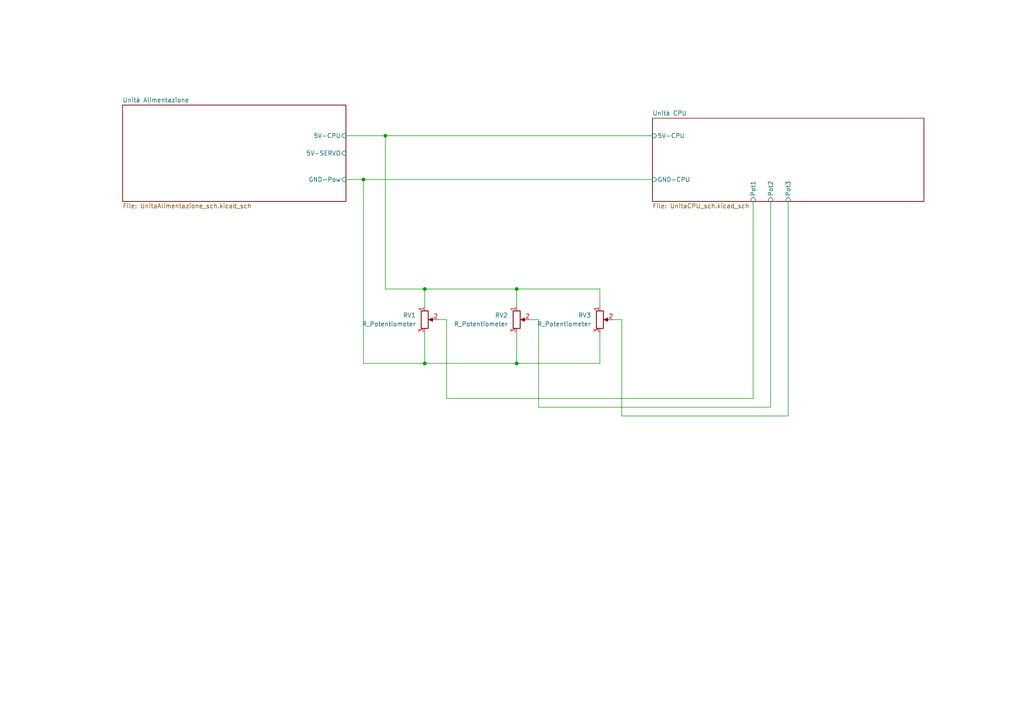
<source format=kicad_sch>
(kicad_sch (version 20211123) (generator eeschema)

  (uuid e63e39d7-6ac0-4ffd-8aa3-1841a4541b55)

  (paper "A4")

  (lib_symbols
    (symbol "Device:R_Potentiometer" (pin_names (offset 1.016) hide) (in_bom yes) (on_board yes)
      (property "Reference" "RV" (id 0) (at -4.445 0 90)
        (effects (font (size 1.27 1.27)))
      )
      (property "Value" "R_Potentiometer" (id 1) (at -2.54 0 90)
        (effects (font (size 1.27 1.27)))
      )
      (property "Footprint" "" (id 2) (at 0 0 0)
        (effects (font (size 1.27 1.27)) hide)
      )
      (property "Datasheet" "~" (id 3) (at 0 0 0)
        (effects (font (size 1.27 1.27)) hide)
      )
      (property "ki_keywords" "resistor variable" (id 4) (at 0 0 0)
        (effects (font (size 1.27 1.27)) hide)
      )
      (property "ki_description" "Potentiometer" (id 5) (at 0 0 0)
        (effects (font (size 1.27 1.27)) hide)
      )
      (property "ki_fp_filters" "Potentiometer*" (id 6) (at 0 0 0)
        (effects (font (size 1.27 1.27)) hide)
      )
      (symbol "R_Potentiometer_0_1"
        (polyline
          (pts
            (xy 2.54 0)
            (xy 1.524 0)
          )
          (stroke (width 0) (type default) (color 0 0 0 0))
          (fill (type none))
        )
        (polyline
          (pts
            (xy 1.143 0)
            (xy 2.286 0.508)
            (xy 2.286 -0.508)
            (xy 1.143 0)
          )
          (stroke (width 0) (type default) (color 0 0 0 0))
          (fill (type outline))
        )
        (rectangle (start 1.016 2.54) (end -1.016 -2.54)
          (stroke (width 0.254) (type default) (color 0 0 0 0))
          (fill (type none))
        )
      )
      (symbol "R_Potentiometer_1_1"
        (pin passive line (at 0 3.81 270) (length 1.27)
          (name "1" (effects (font (size 1.27 1.27))))
          (number "1" (effects (font (size 1.27 1.27))))
        )
        (pin passive line (at 3.81 0 180) (length 1.27)
          (name "2" (effects (font (size 1.27 1.27))))
          (number "2" (effects (font (size 1.27 1.27))))
        )
        (pin passive line (at 0 -3.81 90) (length 1.27)
          (name "3" (effects (font (size 1.27 1.27))))
          (number "3" (effects (font (size 1.27 1.27))))
        )
      )
    )
  )

  (junction (at 105.41 52.07) (diameter 0) (color 0 0 0 0)
    (uuid 0e5ba606-29f1-415d-b782-15075e12dae2)
  )
  (junction (at 111.76 39.37) (diameter 0) (color 0 0 0 0)
    (uuid 100614f3-e95f-40a5-81a7-83b0ba9f091f)
  )
  (junction (at 149.86 105.41) (diameter 0) (color 0 0 0 0)
    (uuid 6762deaf-87b3-4b6c-9459-96aa34012e6a)
  )
  (junction (at 123.19 83.82) (diameter 0) (color 0 0 0 0)
    (uuid a1b8de98-89b0-4324-8434-b32bfb006ead)
  )
  (junction (at 123.19 105.41) (diameter 0) (color 0 0 0 0)
    (uuid cec42cd6-9179-4d89-9340-73b8b8847a81)
  )
  (junction (at 149.86 83.82) (diameter 0) (color 0 0 0 0)
    (uuid cef57f78-8ee2-4b5b-971d-07808e19b54b)
  )

  (wire (pts (xy 180.34 92.71) (xy 177.8 92.71))
    (stroke (width 0) (type default) (color 0 0 0 0))
    (uuid 044f5ca3-d113-4908-967e-c419c4376772)
  )
  (wire (pts (xy 180.34 120.65) (xy 180.34 92.71))
    (stroke (width 0) (type default) (color 0 0 0 0))
    (uuid 04cd9eab-c91f-472b-9883-0a413baa54f7)
  )
  (wire (pts (xy 105.41 52.07) (xy 189.23 52.07))
    (stroke (width 0) (type default) (color 0 0 0 0))
    (uuid 0747279c-ab36-4808-926f-881c63b8fe4a)
  )
  (wire (pts (xy 111.76 83.82) (xy 123.19 83.82))
    (stroke (width 0) (type default) (color 0 0 0 0))
    (uuid 1a302d6d-c61c-4b5e-bb5b-b2c37d382267)
  )
  (wire (pts (xy 111.76 39.37) (xy 111.76 83.82))
    (stroke (width 0) (type default) (color 0 0 0 0))
    (uuid 23d9876c-9c1c-4e69-81e0-418a7b9b8156)
  )
  (wire (pts (xy 218.44 115.57) (xy 129.54 115.57))
    (stroke (width 0) (type default) (color 0 0 0 0))
    (uuid 2d5cb624-cdeb-45d6-8ebb-3cad54de937c)
  )
  (wire (pts (xy 123.19 83.82) (xy 149.86 83.82))
    (stroke (width 0) (type default) (color 0 0 0 0))
    (uuid 3b9ed512-2207-4134-8ab8-074af002f6c4)
  )
  (wire (pts (xy 123.19 105.41) (xy 149.86 105.41))
    (stroke (width 0) (type default) (color 0 0 0 0))
    (uuid 3e9e4983-8e90-4ecb-9cb6-18aaef3c10ef)
  )
  (wire (pts (xy 105.41 52.07) (xy 105.41 105.41))
    (stroke (width 0) (type default) (color 0 0 0 0))
    (uuid 422e01d3-bd9d-4264-bede-9823fe91cdcf)
  )
  (wire (pts (xy 223.52 58.42) (xy 223.52 118.11))
    (stroke (width 0) (type default) (color 0 0 0 0))
    (uuid 44321113-af3a-4d9e-bf31-d2770c836e5e)
  )
  (wire (pts (xy 149.86 96.52) (xy 149.86 105.41))
    (stroke (width 0) (type default) (color 0 0 0 0))
    (uuid 465ecb27-7138-4270-8ad8-b99faa854fad)
  )
  (wire (pts (xy 223.52 118.11) (xy 156.21 118.11))
    (stroke (width 0) (type default) (color 0 0 0 0))
    (uuid 4a443588-6a1d-408e-a939-f58fed09f5ca)
  )
  (wire (pts (xy 156.21 118.11) (xy 156.21 92.71))
    (stroke (width 0) (type default) (color 0 0 0 0))
    (uuid 550f05da-7829-4e54-8ee0-6bdeaafcbd8a)
  )
  (wire (pts (xy 173.99 83.82) (xy 173.99 88.9))
    (stroke (width 0) (type default) (color 0 0 0 0))
    (uuid 55b4a7b2-dc10-4200-9c7c-c7d5dbf7fae1)
  )
  (wire (pts (xy 149.86 83.82) (xy 149.86 88.9))
    (stroke (width 0) (type default) (color 0 0 0 0))
    (uuid 59739500-725a-44a3-8db2-8d4cfc853523)
  )
  (wire (pts (xy 228.6 58.42) (xy 228.6 120.65))
    (stroke (width 0) (type default) (color 0 0 0 0))
    (uuid 59bc57f3-ad9d-4e77-9abd-78f81d4b053a)
  )
  (wire (pts (xy 149.86 83.82) (xy 173.99 83.82))
    (stroke (width 0) (type default) (color 0 0 0 0))
    (uuid 6149a6ee-c1e6-4a9a-bed1-8bd3494a818c)
  )
  (wire (pts (xy 100.33 39.37) (xy 111.76 39.37))
    (stroke (width 0) (type default) (color 0 0 0 0))
    (uuid 6dd07dbc-24b7-4960-95f2-8ee9adbf89a6)
  )
  (wire (pts (xy 111.76 39.37) (xy 189.23 39.37))
    (stroke (width 0) (type default) (color 0 0 0 0))
    (uuid 6e77ae94-2142-4b98-9a17-7a08f402d184)
  )
  (wire (pts (xy 218.44 58.42) (xy 218.44 115.57))
    (stroke (width 0) (type default) (color 0 0 0 0))
    (uuid 7fa6b574-0e5b-4345-b7b3-8c66cedbc2e6)
  )
  (wire (pts (xy 105.41 105.41) (xy 123.19 105.41))
    (stroke (width 0) (type default) (color 0 0 0 0))
    (uuid 8f584f9f-ecfd-4de8-899e-835e96ae7b4c)
  )
  (wire (pts (xy 123.19 83.82) (xy 123.19 88.9))
    (stroke (width 0) (type default) (color 0 0 0 0))
    (uuid a63baa35-859a-4d52-a41e-bbfa2d8a8e61)
  )
  (wire (pts (xy 129.54 92.71) (xy 129.54 115.57))
    (stroke (width 0) (type default) (color 0 0 0 0))
    (uuid b609c598-c27b-41b3-9251-01dff298c8b5)
  )
  (wire (pts (xy 149.86 105.41) (xy 173.99 105.41))
    (stroke (width 0) (type default) (color 0 0 0 0))
    (uuid bcf1b58b-9f5d-4c6c-86b2-c10bab7290bc)
  )
  (wire (pts (xy 228.6 120.65) (xy 180.34 120.65))
    (stroke (width 0) (type default) (color 0 0 0 0))
    (uuid cca8aa27-a793-45ba-94e4-ef31e95139cc)
  )
  (wire (pts (xy 156.21 92.71) (xy 153.67 92.71))
    (stroke (width 0) (type default) (color 0 0 0 0))
    (uuid d0dae0f9-8a88-4ef1-9511-18529adba88a)
  )
  (wire (pts (xy 127 92.71) (xy 129.54 92.71))
    (stroke (width 0) (type default) (color 0 0 0 0))
    (uuid d3a6f518-35b3-4da1-a996-5260ba25b6e6)
  )
  (wire (pts (xy 123.19 96.52) (xy 123.19 105.41))
    (stroke (width 0) (type default) (color 0 0 0 0))
    (uuid d72d203c-c45e-4bbd-b8db-ba84652b32da)
  )
  (wire (pts (xy 173.99 96.52) (xy 173.99 105.41))
    (stroke (width 0) (type default) (color 0 0 0 0))
    (uuid f4e1b81e-f02a-451a-905f-f000b6b75e92)
  )
  (wire (pts (xy 100.33 52.07) (xy 105.41 52.07))
    (stroke (width 0) (type default) (color 0 0 0 0))
    (uuid f69557d9-537a-4277-ab33-2a6be972a8b2)
  )

  (symbol (lib_id "Device:R_Potentiometer") (at 173.99 92.71 0) (unit 1)
    (in_bom yes) (on_board yes) (fields_autoplaced)
    (uuid 3d5cf429-0f57-410f-9cb4-66e75156a04a)
    (property "Reference" "RV3" (id 0) (at 171.45 91.4399 0)
      (effects (font (size 1.27 1.27)) (justify right))
    )
    (property "Value" "R_Potentiometer" (id 1) (at 171.45 93.9799 0)
      (effects (font (size 1.27 1.27)) (justify right))
    )
    (property "Footprint" "Potentiometer_THT:Potentiometer_Alps_RK163_Single_Horizontal" (id 2) (at 173.99 92.71 0)
      (effects (font (size 1.27 1.27)) hide)
    )
    (property "Datasheet" "~" (id 3) (at 173.99 92.71 0)
      (effects (font (size 1.27 1.27)) hide)
    )
    (pin "1" (uuid c459c747-6bb6-451d-91d6-09d9c28ecdd1))
    (pin "2" (uuid 85a3fc1d-adf6-4c23-b50b-560ca519eefc))
    (pin "3" (uuid 2b2ca613-b7a8-4897-b845-22dbbd61707e))
  )

  (symbol (lib_id "Device:R_Potentiometer") (at 149.86 92.71 0) (unit 1)
    (in_bom yes) (on_board yes) (fields_autoplaced)
    (uuid 81a24744-1b3c-42a9-b32d-fc07eaacea1b)
    (property "Reference" "RV2" (id 0) (at 147.32 91.4399 0)
      (effects (font (size 1.27 1.27)) (justify right))
    )
    (property "Value" "R_Potentiometer" (id 1) (at 147.32 93.9799 0)
      (effects (font (size 1.27 1.27)) (justify right))
    )
    (property "Footprint" "Potentiometer_THT:Potentiometer_Alps_RK163_Single_Horizontal" (id 2) (at 149.86 92.71 0)
      (effects (font (size 1.27 1.27)) hide)
    )
    (property "Datasheet" "~" (id 3) (at 149.86 92.71 0)
      (effects (font (size 1.27 1.27)) hide)
    )
    (pin "1" (uuid 1bdb6751-ac6c-47b8-998e-853c39a5a061))
    (pin "2" (uuid 548980bb-0cab-409c-b18b-02c9fae209ee))
    (pin "3" (uuid e6e66b1b-33d5-41ae-8f3e-d686540e4bed))
  )

  (symbol (lib_id "Device:R_Potentiometer") (at 123.19 92.71 0) (unit 1)
    (in_bom yes) (on_board yes) (fields_autoplaced)
    (uuid aeb92ead-b905-4091-9e38-3e678d497666)
    (property "Reference" "RV1" (id 0) (at 120.65 91.4399 0)
      (effects (font (size 1.27 1.27)) (justify right))
    )
    (property "Value" "R_Potentiometer" (id 1) (at 120.65 93.9799 0)
      (effects (font (size 1.27 1.27)) (justify right))
    )
    (property "Footprint" "Potentiometer_THT:Potentiometer_Alps_RK163_Single_Horizontal" (id 2) (at 123.19 92.71 0)
      (effects (font (size 1.27 1.27)) hide)
    )
    (property "Datasheet" "~" (id 3) (at 123.19 92.71 0)
      (effects (font (size 1.27 1.27)) hide)
    )
    (pin "1" (uuid 3146b814-ff09-49cf-8916-901c53ab6260))
    (pin "2" (uuid 545935f7-96ca-4f36-95f0-5b95aeef8fd5))
    (pin "3" (uuid 1c6d2776-2739-4f5b-816c-e2b30d68de8e))
  )

  (sheet (at 189.23 34.29) (size 78.74 24.13) (fields_autoplaced)
    (stroke (width 0.1524) (type solid) (color 0 0 0 0))
    (fill (color 0 0 0 0.0000))
    (uuid 6f75ea3e-6135-44f5-9313-1aad839ab6f6)
    (property "Sheet name" "Unità CPU" (id 0) (at 189.23 33.5784 0)
      (effects (font (size 1.27 1.27)) (justify left bottom))
    )
    (property "Sheet file" "UnitaCPU_sch.kicad_sch" (id 1) (at 189.23 59.0046 0)
      (effects (font (size 1.27 1.27)) (justify left top))
    )
    (pin "Pot1" input (at 218.44 58.42 270)
      (effects (font (size 1.27 1.27)) (justify left))
      (uuid a28bb32d-1b6a-48a3-a01f-d30c43909954)
    )
    (pin "Pot2" input (at 223.52 58.42 270)
      (effects (font (size 1.27 1.27)) (justify left))
      (uuid 3f36042e-72e0-4b70-a47b-65f01deefc35)
    )
    (pin "Pot3" input (at 228.6 58.42 270)
      (effects (font (size 1.27 1.27)) (justify left))
      (uuid 63ed38e6-35ec-4689-a46a-92f1ff63aef2)
    )
    (pin "GND-CPU" input (at 189.23 52.07 180)
      (effects (font (size 1.27 1.27)) (justify left))
      (uuid 8408d05b-21f5-4ab2-ab28-f0e996f89af0)
    )
    (pin "5V-CPU" input (at 189.23 39.37 180)
      (effects (font (size 1.27 1.27)) (justify left))
      (uuid 31840baf-881b-431d-bc9a-3927db08cdf2)
    )
  )

  (sheet (at 35.56 30.48) (size 64.77 27.94) (fields_autoplaced)
    (stroke (width 0.1524) (type solid) (color 0 0 0 0))
    (fill (color 0 0 0 0.0000))
    (uuid b754bfb3-a198-47be-8e7b-61bec885a5db)
    (property "Sheet name" "Unità Alimentazione" (id 0) (at 35.56 29.7684 0)
      (effects (font (size 1.27 1.27)) (justify left bottom))
    )
    (property "Sheet file" "UnitaAlimentazione_sch.kicad_sch" (id 1) (at 35.56 59.0046 0)
      (effects (font (size 1.27 1.27)) (justify left top))
    )
    (pin "5V-CPU" input (at 100.33 39.37 0)
      (effects (font (size 1.27 1.27)) (justify right))
      (uuid 8b6d97f9-face-4068-9e2a-62fb3e9894a4)
    )
    (pin "GND-Pow" input (at 100.33 52.07 0)
      (effects (font (size 1.27 1.27)) (justify right))
      (uuid 2608735e-453b-4d6b-8ef9-fb985eff7850)
    )
    (pin "5V-SERVO" input (at 100.33 44.45 0)
      (effects (font (size 1.27 1.27)) (justify right))
      (uuid 9bf2b3ff-bfe4-4a16-ae2b-cb4ee0b99879)
    )
  )

  (sheet_instances
    (path "/" (page "1"))
    (path "/b754bfb3-a198-47be-8e7b-61bec885a5db" (page "2"))
    (path "/6f75ea3e-6135-44f5-9313-1aad839ab6f6" (page "3"))
  )

  (symbol_instances
    (path "/6f75ea3e-6135-44f5-9313-1aad839ab6f6/d3683fab-0833-4998-aded-2a40954f604a"
      (reference "A1") (unit 1) (value "Arduino_Nano_v3.x") (footprint "Module:Arduino_Nano")
    )
    (path "/b754bfb3-a198-47be-8e7b-61bec885a5db/6ca37845-c8b0-426a-bf5b-60cf4677f720"
      (reference "C1") (unit 1) (value "C_Polarized") (footprint "Capacitor_THT:CP_Axial_L37.0mm_D13.0mm_P43.00mm_Horizontal")
    )
    (path "/b754bfb3-a198-47be-8e7b-61bec885a5db/ab8fa022-f3b2-4e34-8ebf-12e4731aa823"
      (reference "C2") (unit 1) (value "C") (footprint "Capacitor_THT:C_Axial_L5.1mm_D3.1mm_P7.50mm_Horizontal")
    )
    (path "/b754bfb3-a198-47be-8e7b-61bec885a5db/462cc3b1-535e-43f2-9d1e-b0968d208b83"
      (reference "C3") (unit 1) (value "C_Polarized") (footprint "Capacitor_THT:CP_Axial_L37.0mm_D13.0mm_P43.00mm_Horizontal")
    )
    (path "/b754bfb3-a198-47be-8e7b-61bec885a5db/bb2c1ee5-68d1-407d-a307-e62f544859c6"
      (reference "C4") (unit 1) (value "C_Polarized") (footprint "Capacitor_THT:CP_Axial_L37.0mm_D13.0mm_P43.00mm_Horizontal")
    )
    (path "/b754bfb3-a198-47be-8e7b-61bec885a5db/5d761499-c3b4-4179-88a5-f5861346a3ec"
      (reference "C5") (unit 1) (value "C") (footprint "Capacitor_THT:C_Axial_L5.1mm_D3.1mm_P7.50mm_Horizontal")
    )
    (path "/b754bfb3-a198-47be-8e7b-61bec885a5db/54db99a4-3fde-4a91-9fad-4f08097f60e6"
      (reference "C6") (unit 1) (value "C") (footprint "Capacitor_THT:C_Axial_L5.1mm_D3.1mm_P7.50mm_Horizontal")
    )
    (path "/b754bfb3-a198-47be-8e7b-61bec885a5db/5e807c14-eb72-4699-ac5c-0e22b3b90689"
      (reference "D1") (unit 1) (value "D_Bridge_+-AA") (footprint "Diode_THT:Diode_Bridge_Round_D8.9mm")
    )
    (path "/b754bfb3-a198-47be-8e7b-61bec885a5db/a1fd7cf2-0fed-4fc8-95ff-67cab909a3b6"
      (reference "D2") (unit 1) (value "LED Verde") (footprint "LED_THT:LED_D5.0mm")
    )
    (path "/b754bfb3-a198-47be-8e7b-61bec885a5db/24e0aa4f-7f02-4367-8830-83223ce812f2"
      (reference "D3") (unit 1) (value "LED Rosso") (footprint "LED_THT:LED_D5.0mm")
    )
    (path "/b754bfb3-a198-47be-8e7b-61bec885a5db/c139b080-c6d0-4461-9e29-74d2b8793fec"
      (reference "J1") (unit 1) (value "Barrel_Jack_MountingPin") (footprint "Connector_BarrelJack:BarrelJack_Horizontal")
    )
    (path "/b754bfb3-a198-47be-8e7b-61bec885a5db/cc55bf8f-d3a8-4da6-a5f8-64c109c81511"
      (reference "L1") (unit 1) (value "L") (footprint "Inductor_THT:L_Axial_L12.0mm_D5.0mm_P15.24mm_Horizontal_Fastron_MISC")
    )
    (path "/b754bfb3-a198-47be-8e7b-61bec885a5db/03573eaa-9d46-4529-8b72-a2e2ede9abe2"
      (reference "R1") (unit 1) (value "R") (footprint "Resistor_THT:R_Axial_DIN0309_L9.0mm_D3.2mm_P20.32mm_Horizontal")
    )
    (path "/b754bfb3-a198-47be-8e7b-61bec885a5db/59d26a62-d199-4418-a642-fcede38a030d"
      (reference "R2") (unit 1) (value "R") (footprint "Resistor_THT:R_Axial_DIN0309_L9.0mm_D3.2mm_P20.32mm_Horizontal")
    )
    (path "/aeb92ead-b905-4091-9e38-3e678d497666"
      (reference "RV1") (unit 1) (value "R_Potentiometer") (footprint "Potentiometer_THT:Potentiometer_Alps_RK163_Single_Horizontal")
    )
    (path "/81a24744-1b3c-42a9-b32d-fc07eaacea1b"
      (reference "RV2") (unit 1) (value "R_Potentiometer") (footprint "Potentiometer_THT:Potentiometer_Alps_RK163_Single_Horizontal")
    )
    (path "/3d5cf429-0f57-410f-9cb4-66e75156a04a"
      (reference "RV3") (unit 1) (value "R_Potentiometer") (footprint "Potentiometer_THT:Potentiometer_Alps_RK163_Single_Horizontal")
    )
    (path "/b754bfb3-a198-47be-8e7b-61bec885a5db/d5439804-7f2f-4d89-aa69-acdcb50bedfb"
      (reference "U1") (unit 1) (value "LM7805_TO220") (footprint "Package_TO_SOT_THT:TO-220-3_Vertical")
    )
    (path "/b754bfb3-a198-47be-8e7b-61bec885a5db/409bf8c7-21da-4798-8a78-c6aa7bc71315"
      (reference "U2") (unit 1) (value "LM7805_TO220") (footprint "Package_TO_SOT_THT:TO-220-3_Vertical")
    )
  )
)

</source>
